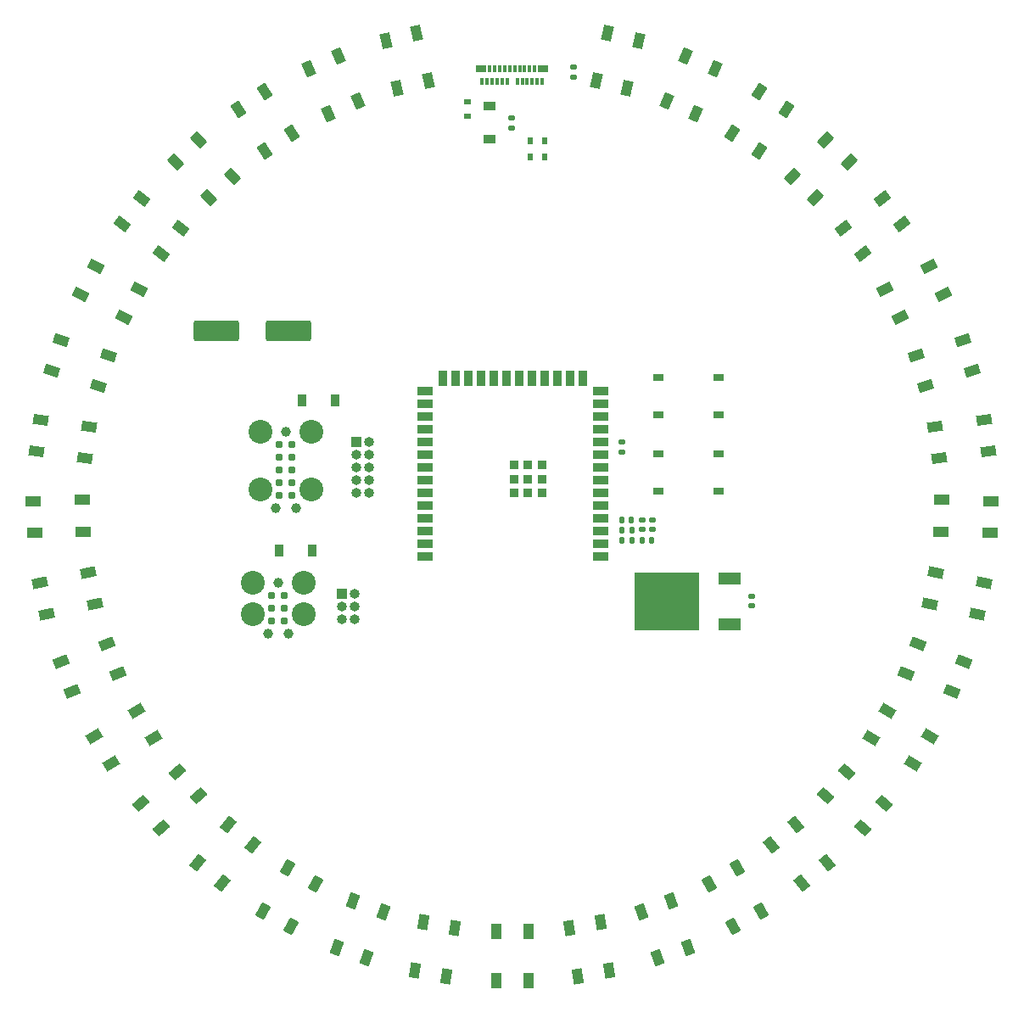
<source format=gbr>
%TF.GenerationSoftware,KiCad,Pcbnew,(6.0.7)*%
%TF.CreationDate,2022-10-20T10:19:37-04:00*%
%TF.ProjectId,SpiritBall,53706972-6974-4426-916c-6c2e6b696361,rev?*%
%TF.SameCoordinates,Original*%
%TF.FileFunction,Soldermask,Top*%
%TF.FilePolarity,Negative*%
%FSLAX46Y46*%
G04 Gerber Fmt 4.6, Leading zero omitted, Abs format (unit mm)*
G04 Created by KiCad (PCBNEW (6.0.7)) date 2022-10-20 10:19:37*
%MOMM*%
%LPD*%
G01*
G04 APERTURE LIST*
G04 Aperture macros list*
%AMRoundRect*
0 Rectangle with rounded corners*
0 $1 Rounding radius*
0 $2 $3 $4 $5 $6 $7 $8 $9 X,Y pos of 4 corners*
0 Add a 4 corners polygon primitive as box body*
4,1,4,$2,$3,$4,$5,$6,$7,$8,$9,$2,$3,0*
0 Add four circle primitives for the rounded corners*
1,1,$1+$1,$2,$3*
1,1,$1+$1,$4,$5*
1,1,$1+$1,$6,$7*
1,1,$1+$1,$8,$9*
0 Add four rect primitives between the rounded corners*
20,1,$1+$1,$2,$3,$4,$5,0*
20,1,$1+$1,$4,$5,$6,$7,0*
20,1,$1+$1,$6,$7,$8,$9,0*
20,1,$1+$1,$8,$9,$2,$3,0*%
%AMRotRect*
0 Rectangle, with rotation*
0 The origin of the aperture is its center*
0 $1 length*
0 $2 width*
0 $3 Rotation angle, in degrees counterclockwise*
0 Add horizontal line*
21,1,$1,$2,0,0,$3*%
G04 Aperture macros list end*
%ADD10R,0.900000X1.200000*%
%ADD11R,1.200000X0.900000*%
%ADD12R,0.600000X0.700000*%
%ADD13R,0.700000X0.600000*%
%ADD14RotRect,1.500000X1.000000X132.800000*%
%ADD15R,1.000000X0.750000*%
%ADD16RotRect,1.500000X1.000000X309.200000*%
%ADD17RoundRect,0.250001X-1.999999X-0.799999X1.999999X-0.799999X1.999999X0.799999X-1.999999X0.799999X0*%
%ADD18RotRect,1.500000X1.000000X211.200000*%
%ADD19RoundRect,0.135000X-0.185000X0.135000X-0.185000X-0.135000X0.185000X-0.135000X0.185000X0.135000X0*%
%ADD20RotRect,1.500000X1.000000X358.200000*%
%ADD21RotRect,1.500000X1.000000X289.600000*%
%ADD22RoundRect,0.140000X-0.170000X0.140000X-0.170000X-0.140000X0.170000X-0.140000X0.170000X0.140000X0*%
%ADD23R,1.000000X1.500000*%
%ADD24RotRect,1.500000X1.000000X76.600000*%
%ADD25RotRect,1.500000X1.000000X181.800000*%
%ADD26RoundRect,0.140000X-0.140000X-0.170000X0.140000X-0.170000X0.140000X0.170000X-0.140000X0.170000X0*%
%ADD27RotRect,1.500000X1.000000X338.600000*%
%ADD28RotRect,1.500000X1.000000X240.600000*%
%ADD29RoundRect,0.135000X0.135000X0.185000X-0.135000X0.185000X-0.135000X-0.185000X0.135000X-0.185000X0*%
%ADD30RotRect,1.500000X1.000000X57.000000*%
%ADD31RotRect,1.500000X1.000000X221.000000*%
%ADD32RotRect,1.500000X1.000000X47.200000*%
%ADD33RotRect,1.500000X1.000000X103.400000*%
%ADD34RotRect,1.500000X1.000000X348.400000*%
%ADD35RotRect,1.500000X1.000000X66.800000*%
%ADD36C,0.990600*%
%ADD37C,2.374900*%
%ADD38C,0.787400*%
%ADD39RoundRect,0.140000X0.170000X-0.140000X0.170000X0.140000X-0.170000X0.140000X-0.170000X-0.140000X0*%
%ADD40RotRect,1.500000X1.000000X123.000000*%
%ADD41RotRect,1.500000X1.000000X37.400000*%
%ADD42RoundRect,0.135000X0.185000X-0.135000X0.185000X0.135000X-0.185000X0.135000X-0.185000X-0.135000X0*%
%ADD43RotRect,1.500000X1.000000X17.800000*%
%ADD44RoundRect,0.135000X-0.135000X-0.185000X0.135000X-0.185000X0.135000X0.185000X-0.135000X0.185000X0*%
%ADD45RotRect,1.500000X1.000000X8.000000*%
%ADD46RotRect,1.500000X1.000000X27.600000*%
%ADD47RotRect,1.500000X1.000000X142.600000*%
%ADD48RotRect,1.500000X1.000000X279.800000*%
%ADD49RotRect,1.500000X1.000000X191.600000*%
%ADD50R,1.000000X1.000000*%
%ADD51O,1.000000X1.000000*%
%ADD52RotRect,1.500000X1.000000X152.400000*%
%ADD53RotRect,1.500000X1.000000X250.400000*%
%ADD54RotRect,1.500000X1.000000X328.800000*%
%ADD55R,1.500000X0.900000*%
%ADD56R,0.900000X1.500000*%
%ADD57R,0.900000X0.900000*%
%ADD58R,0.300000X0.700000*%
%ADD59R,1.000000X0.700000*%
%ADD60R,2.200000X1.200000*%
%ADD61R,6.400000X5.800000*%
%ADD62RotRect,1.500000X1.000000X319.000000*%
%ADD63RotRect,1.500000X1.000000X172.000000*%
%ADD64RotRect,1.500000X1.000000X113.200000*%
%ADD65RotRect,1.500000X1.000000X260.200000*%
%ADD66RotRect,1.500000X1.000000X201.400000*%
%ADD67RotRect,1.500000X1.000000X162.200000*%
%ADD68RotRect,1.500000X1.000000X230.800000*%
%ADD69RotRect,1.500000X1.000000X299.400000*%
G04 APERTURE END LIST*
D10*
%TO.C,D38*%
X78360000Y-106426000D03*
X81660000Y-106426000D03*
%TD*%
%TO.C,D37*%
X80646000Y-91440000D03*
X83946000Y-91440000D03*
%TD*%
D11*
%TO.C,D36*%
X99314000Y-65404000D03*
X99314000Y-62104000D03*
%TD*%
D12*
%TO.C,D41*%
X103440000Y-65557400D03*
X104840000Y-65557400D03*
%TD*%
%TO.C,D40*%
X103440400Y-67157600D03*
X104840400Y-67157600D03*
%TD*%
D13*
%TO.C,D39*%
X97155000Y-61657000D03*
X97155000Y-63057000D03*
%TD*%
D14*
%TO.C,D32*%
X71311972Y-71246781D03*
X73659908Y-69072569D03*
X70330646Y-65477293D03*
X67982710Y-67651505D03*
%TD*%
D15*
%TO.C,SW2*%
X116176800Y-89158600D03*
X122176800Y-89158600D03*
X116176800Y-92908600D03*
X122176800Y-92908600D03*
%TD*%
D16*
%TO.C,D14*%
X129922366Y-133795124D03*
X127442544Y-135817618D03*
X130539488Y-139614846D03*
X133019310Y-137592352D03*
%TD*%
D17*
%TO.C,C6*%
X72041200Y-84505800D03*
X79241200Y-84505800D03*
%TD*%
D18*
%TO.C,D24*%
X65776485Y-125166040D03*
X64118798Y-122428874D03*
X59927513Y-124967206D03*
X61585200Y-127704372D03*
%TD*%
D19*
%TO.C,R5*%
X112547400Y-95603600D03*
X112547400Y-96623600D03*
%TD*%
D20*
%TO.C,D9*%
X144479113Y-101346740D03*
X144378599Y-104545161D03*
X149276181Y-104699074D03*
X149376695Y-101500653D03*
%TD*%
D21*
%TO.C,D16*%
X117481392Y-141430439D03*
X114466808Y-142503884D03*
X116110520Y-147119965D03*
X119125104Y-146046520D03*
%TD*%
D22*
%TO.C,C4*%
X125476000Y-111026000D03*
X125476000Y-111986000D03*
%TD*%
D23*
%TO.C,D18*%
X103200000Y-144450000D03*
X100000000Y-144450000D03*
X100000000Y-149350000D03*
X103200000Y-149350000D03*
%TD*%
D24*
%TO.C,D1*%
X109973956Y-59545757D03*
X113086839Y-60287351D03*
X114222404Y-55520749D03*
X111109521Y-54779155D03*
%TD*%
D25*
%TO.C,D27*%
X58821401Y-104545161D03*
X58720887Y-101346740D03*
X53823305Y-101500653D03*
X53923819Y-104699074D03*
%TD*%
D26*
%TO.C,C5*%
X114582000Y-105410000D03*
X115542000Y-105410000D03*
%TD*%
D27*
%TO.C,D11*%
X142079544Y-115745281D03*
X140911938Y-118724659D03*
X145474112Y-120512555D03*
X146641718Y-117533177D03*
%TD*%
D28*
%TO.C,D21*%
X81958716Y-139716957D03*
X79170832Y-138146065D03*
X76765404Y-142415013D03*
X79553288Y-143985905D03*
%TD*%
D29*
%TO.C,R2*%
X113540000Y-105410000D03*
X112520000Y-105410000D03*
%TD*%
D30*
%TO.C,D3*%
X123595909Y-64791544D03*
X126279655Y-66534389D03*
X128948387Y-62424904D03*
X126264641Y-60682059D03*
%TD*%
D31*
%TO.C,D23*%
X70310389Y-130919665D03*
X68211000Y-128504594D03*
X64512923Y-131719283D03*
X66612312Y-134134354D03*
%TD*%
D32*
%TO.C,D4*%
X129540092Y-69072569D03*
X131888028Y-71246781D03*
X135217290Y-67651505D03*
X132869354Y-65477293D03*
%TD*%
D33*
%TO.C,D35*%
X90113161Y-60287351D03*
X93226044Y-59545757D03*
X92090479Y-54779155D03*
X88977596Y-55520749D03*
%TD*%
D34*
%TO.C,D10*%
X143896524Y-108648869D03*
X143253075Y-111783509D03*
X148052994Y-112768791D03*
X148696443Y-109634151D03*
%TD*%
D35*
%TO.C,D2*%
X117009794Y-61584744D03*
X119951027Y-62845358D03*
X121881342Y-58341594D03*
X118940109Y-57080980D03*
%TD*%
D36*
%TO.C,J5*%
X79252283Y-114734896D03*
D37*
X75696283Y-112829896D03*
D36*
X77220283Y-114734896D03*
D37*
X80776283Y-109654896D03*
D36*
X78236283Y-109654896D03*
D37*
X75696283Y-109654896D03*
X80776283Y-112829896D03*
D38*
X77601283Y-110924896D03*
X78871283Y-110924896D03*
X77601283Y-112194896D03*
X78871283Y-112194896D03*
X77601283Y-113464896D03*
X78871283Y-113464896D03*
%TD*%
D39*
%TO.C,C3*%
X115570000Y-104366000D03*
X115570000Y-103406000D03*
%TD*%
D40*
%TO.C,D33*%
X76920345Y-66534388D03*
X79604091Y-64791543D03*
X76935359Y-60682058D03*
X74251613Y-62424903D03*
%TD*%
D41*
%TO.C,D5*%
X134668865Y-74302882D03*
X136612468Y-76845009D03*
X140505099Y-73868868D03*
X138561496Y-71326741D03*
%TD*%
D42*
%TO.C,R4*%
X101574600Y-64289400D03*
X101574600Y-63269400D03*
%TD*%
D43*
%TO.C,D7*%
X141909631Y-86977549D03*
X142887856Y-90024364D03*
X147553291Y-88526457D03*
X146575066Y-85479642D03*
%TD*%
D44*
%TO.C,R1*%
X112518000Y-104394000D03*
X113538000Y-104394000D03*
%TD*%
D26*
%TO.C,C1*%
X112548000Y-103378000D03*
X113508000Y-103378000D03*
%TD*%
D45*
%TO.C,D8*%
X143810309Y-94052004D03*
X144255663Y-97220862D03*
X149107977Y-96538914D03*
X148662623Y-93370056D03*
%TD*%
D39*
%TO.C,C2*%
X114554000Y-104366000D03*
X114554000Y-103406000D03*
%TD*%
D46*
%TO.C,D6*%
X138832550Y-80329840D03*
X140315097Y-83165691D03*
X144657494Y-80895540D03*
X143174947Y-78059689D03*
%TD*%
D47*
%TO.C,D31*%
X66587532Y-76845009D03*
X68531135Y-74302882D03*
X64638504Y-71326741D03*
X62694901Y-73868868D03*
%TD*%
D48*
%TO.C,D17*%
X110470129Y-143552393D03*
X107316824Y-144097064D03*
X108150851Y-148925563D03*
X111304156Y-148380892D03*
%TD*%
D37*
%TO.C,J2*%
X76454000Y-100330000D03*
X81534000Y-100330000D03*
D36*
X80010000Y-102235000D03*
X77978000Y-102235000D03*
D37*
X81534000Y-94615000D03*
D36*
X78994000Y-94615000D03*
D37*
X76454000Y-94615000D03*
D38*
X78359000Y-95885000D03*
X78359000Y-97155000D03*
X78359000Y-98425000D03*
X78359000Y-99695000D03*
X78359000Y-100965000D03*
X79629000Y-100965000D03*
X79629000Y-99695000D03*
X79629000Y-98425000D03*
X79629000Y-97155000D03*
X79629000Y-95885000D03*
%TD*%
D49*
%TO.C,D26*%
X59946925Y-111783509D03*
X59303476Y-108648869D03*
X54503557Y-109634151D03*
X55147006Y-112768791D03*
%TD*%
D19*
%TO.C,R3*%
X107696000Y-58164000D03*
X107696000Y-59184000D03*
%TD*%
D50*
%TO.C,J3*%
X84582000Y-110744000D03*
D51*
X85852000Y-110744000D03*
X84582000Y-112014000D03*
X85852000Y-112014000D03*
X84582000Y-113284000D03*
X85852000Y-113284000D03*
%TD*%
D52*
%TO.C,D30*%
X62884903Y-83165691D03*
X64367450Y-80329840D03*
X60025053Y-78059689D03*
X58542506Y-80895540D03*
%TD*%
D53*
%TO.C,D20*%
X88733192Y-142503884D03*
X85718608Y-141430439D03*
X84074896Y-146046520D03*
X87089480Y-147119965D03*
%TD*%
D54*
%TO.C,D12*%
X139081202Y-122428874D03*
X137423515Y-125166040D03*
X141614800Y-127704372D03*
X143272487Y-124967206D03*
%TD*%
D55*
%TO.C,U1*%
X110411500Y-107046971D03*
X110411500Y-105776971D03*
X110411500Y-104506971D03*
X110411500Y-103236971D03*
X110411500Y-101966971D03*
X110411500Y-100696971D03*
X110411500Y-99426971D03*
X110411500Y-98156971D03*
X110411500Y-96886971D03*
X110411500Y-95616971D03*
X110411500Y-94346971D03*
X110411500Y-93076971D03*
X110411500Y-91806971D03*
X110411500Y-90536971D03*
D56*
X108646500Y-89286971D03*
X107376500Y-89286971D03*
X106106500Y-89286971D03*
X104836500Y-89286971D03*
X103566500Y-89286971D03*
X102296500Y-89286971D03*
X101026500Y-89286971D03*
X99756500Y-89286971D03*
X98486500Y-89286971D03*
X97216500Y-89286971D03*
X95946500Y-89286971D03*
X94676500Y-89286971D03*
D55*
X92911500Y-90536971D03*
X92911500Y-91806971D03*
X92911500Y-93076971D03*
X92911500Y-94346971D03*
X92911500Y-95616971D03*
X92911500Y-96886971D03*
X92911500Y-98156971D03*
X92911500Y-99426971D03*
X92911500Y-100696971D03*
X92911500Y-101966971D03*
X92911500Y-103236971D03*
X92911500Y-104506971D03*
X92911500Y-105776971D03*
X92911500Y-107046971D03*
D57*
X101761500Y-100726971D03*
X103161500Y-97926971D03*
X103161500Y-100726971D03*
X104561500Y-99326971D03*
X104561500Y-100726971D03*
X101761500Y-97926971D03*
X104561500Y-97926971D03*
X103161500Y-99326971D03*
X101761500Y-99326971D03*
%TD*%
D58*
%TO.C,J1*%
X104600000Y-59650000D03*
X104100000Y-59650000D03*
X103600000Y-59650000D03*
X103100000Y-59650000D03*
X102600000Y-59650000D03*
X102100000Y-59650000D03*
X101100000Y-59650000D03*
X100600000Y-59650000D03*
X100100000Y-59650000D03*
X99600000Y-59650000D03*
X99100000Y-59650000D03*
X98600000Y-59650000D03*
D59*
X98500000Y-58350000D03*
D58*
X99350000Y-58350000D03*
X99850000Y-58350000D03*
X100350000Y-58350000D03*
X100850000Y-58350000D03*
X101350000Y-58350000D03*
X101850000Y-58350000D03*
X102350000Y-58350000D03*
X102850000Y-58350000D03*
X103350000Y-58350000D03*
X103850000Y-58350000D03*
D59*
X104700000Y-58350000D03*
%TD*%
D60*
%TO.C,U2*%
X123326000Y-113786000D03*
D61*
X117026000Y-111506000D03*
D60*
X123326000Y-109226000D03*
%TD*%
D50*
%TO.C,J4*%
X86077435Y-95634251D03*
D51*
X87347435Y-95634251D03*
X86077435Y-96904251D03*
X87347435Y-96904251D03*
X86077435Y-98174251D03*
X87347435Y-98174251D03*
X86077435Y-99444251D03*
X87347435Y-99444251D03*
X86077435Y-100714251D03*
X87347435Y-100714251D03*
%TD*%
D15*
%TO.C,SW1*%
X116176800Y-96804000D03*
X122176800Y-96804000D03*
X116176800Y-100554000D03*
X122176800Y-100554000D03*
%TD*%
D62*
%TO.C,D13*%
X134989000Y-128504594D03*
X132889611Y-130919665D03*
X136587688Y-134134354D03*
X138687077Y-131719283D03*
%TD*%
D63*
%TO.C,D28*%
X58944337Y-97220862D03*
X59389691Y-94052004D03*
X54537377Y-93370056D03*
X54092023Y-96538914D03*
%TD*%
D64*
%TO.C,D34*%
X83248973Y-62845358D03*
X86190206Y-61584744D03*
X84259891Y-57080980D03*
X81318658Y-58341594D03*
%TD*%
D65*
%TO.C,D19*%
X95883176Y-144097064D03*
X92729871Y-143552393D03*
X91895844Y-148380892D03*
X95049149Y-148925563D03*
%TD*%
D66*
%TO.C,D25*%
X62288062Y-118724659D03*
X61120456Y-115745281D03*
X56558282Y-117533177D03*
X57725888Y-120512555D03*
%TD*%
D67*
%TO.C,D29*%
X60312144Y-90024364D03*
X61290369Y-86977549D03*
X56624934Y-85479642D03*
X55646709Y-88526457D03*
%TD*%
D68*
%TO.C,D22*%
X75757456Y-135817618D03*
X73277634Y-133795124D03*
X70180690Y-137592352D03*
X72660512Y-139614846D03*
%TD*%
D69*
%TO.C,D15*%
X124029168Y-138146065D03*
X121241284Y-139716957D03*
X123646712Y-143985905D03*
X126434596Y-142415013D03*
%TD*%
M02*

</source>
